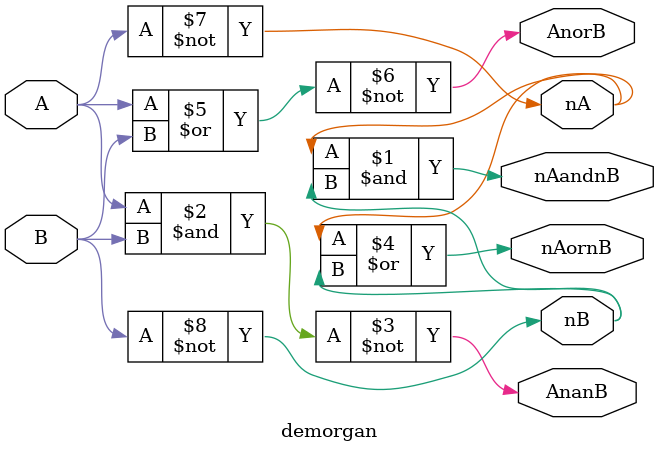
<source format=v>
module demorgan
(
  input  A,          // Single bit inputs
  input  B,
  output nA,         // Output intermediate complemented inputs
  output nB,
  output nAandnB,    // (~A)*(~B)
  output AnanB,      // ~(AB)
  output nAornB,     // (~A)+(~B)
  output AnorB       // ~(A+B)
);

  wire nA;
  wire nB;
  not Ainv(nA, A);  	// Top inverter is named Ainv, takes signal A as input and produces signal nA
  not Binv(nB, B);
  and andgate(nAandnB, nA, nB); 	// AND gate produces nAandnB from nA and nB
  nand nandgate(AnanB, A, B);
  or orgate(nAornB, nA, nB);
  nor norgate(AnorB, A, B);

endmodule
</source>
